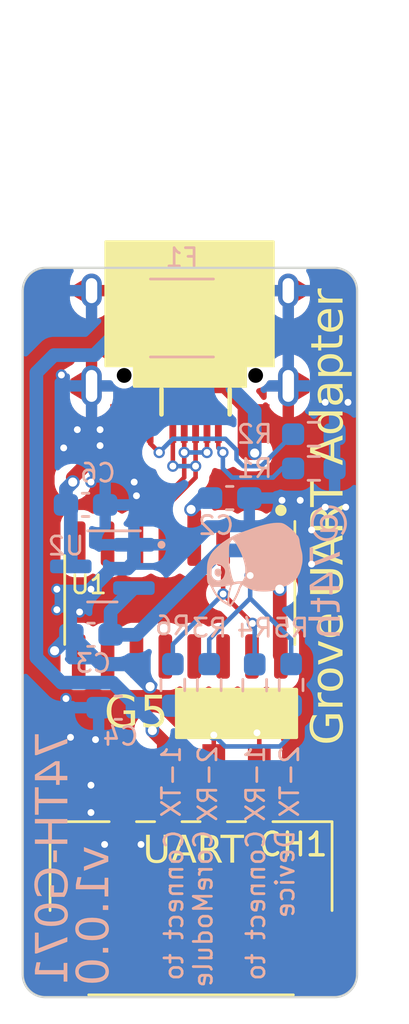
<source format=kicad_pcb>
(kicad_pcb (version 20241229) (generator "pcbnew") (generator_version "9.0")
  (layers (0 "F.Cu" signal) (2 "B.Cu" signal) (13 "F.Paste" user) (15 "B.Paste" user) (5 "F.SilkS" user "F.Silkscreen") (7 "B.SilkS" user "B.Silkscreen") (1 "F.Mask" user) (3 "B.Mask" user) (25 "Edge.Cuts" user))
  (net 0 "")
  (net 1 "Net-(U1-V3)")
  (net 2 "GND")
  (net 3 "Net-(U1-VCC)")
  (net 4 "+5V")
  (net 5 "Net-(CH1-Host_RX)")
  (net 6 "Net-(CH1-Host_TX)")
  (net 7 "/D+")
  (net 8 "/D-")
  (net 9 "Net-(J1-CC1)")
  (net 10 "Net-(J1-CC2)")
  (net 11 "/TXD")
  (net 12 "/RXD")
  (net 21 "VBUS")
  (footprint "74th:Connector_USB-C-Receptacle_SMT_12-Pin_Simple" (layer "F.Cu") (at 85.35 40 180)
    (property "Reference" "J1" (hide yes))
    (property "Value" "USB2.0-C_SMT")
    (fp_line (start 1.25 -4.23) (end 1.25 -5.33) (stroke (width 0.2)) (layer "F.SilkS"))
    (fp_line (start -1.75 -4.23) (end -1.75 -5.33) (stroke (width 0.2)) (layer "F.SilkS"))
    (fp_rect (start -2.45 -4.1) (end 2.45 -2.85) (stroke (width 0.12)) (fill yes) (layer "F.SilkS"))
    (fp_rect (start -3.67 -3.2) (end 3.7 2.25) (stroke (width 0.12)) (fill yes) (layer "F.SilkS"))
    (pad "" np_thru_hole circle (at -2.89 -3.62) (size 0.65 0.65) (drill 0.65) (layers "*.Mask"))
    (pad "" np_thru_hole circle (at 2.89 -3.62) (size 0.65 0.65) (drill 0.65) (layers "*.Mask"))
    (pad "1" smd rect (at -2.4 -5.73) (size 0.6 1.7) (layers "F.Cu" "F.Mask" "F.Paste") (net 21 "VBUS"))
    (pad "1" smd rect (at 2.4 -5.73) (size 0.6 1.7) (layers "F.Cu" "F.Mask" "F.Paste") (net 21 "VBUS"))
    (pad "2" smd rect (at -0.75 -5.73) (size 0.3 1.7) (layers "F.Cu" "F.Mask" "F.Paste") (net 8 "/D-"))
    (pad "2" smd rect (at 0.25 -5.73) (size 0.3 1.7) (layers "F.Cu" "F.Mask" "F.Paste") (net 8 "/D-"))
    (pad "3" smd rect (at -0.25 -5.73) (size 0.3 1.7) (layers "F.Cu" "F.Mask" "F.Paste") (net 7 "/D+"))
    (pad "3" smd rect (at 0.75 -5.73) (size 0.3 1.7) (layers "F.Cu" "F.Mask" "F.Paste") (net 7 "/D+"))
    (pad "4" smd rect (at -3.2 -5.73) (size 0.6 1.7) (layers "F.Cu" "F.Mask" "F.Paste") (net 2 "GND"))
    (pad "4" smd rect (at 3.2 -5.73) (size 0.6 1.7) (layers "F.Cu" "F.Mask" "F.Paste") (net 2 "GND"))
    (pad "5" smd rect (at -1.25 -5.73) (size 0.3 1.7) (layers "F.Cu" "F.Mask" "F.Paste") (net 9 "Net-(J1-CC1)"))
    (pad "6" smd rect (at 1.75 -5.73) (size 0.3 1.7) (layers "F.Cu" "F.Mask" "F.Paste") (net 10 "Net-(J1-CC2)"))
    (pad "S1" smd trapezoid (at -5 -4.08 270) (size 0.9 0.5) (rect_delta 0 0.3) (layers "F.Cu" "F.Mask" "F.Paste") (net 2 "GND"))
    (pad "S1" smd trapezoid (at -5 0.1 270) (size 0.6 0.5) (rect_delta 0 0.3) (layers "F.Cu" "F.Mask" "F.Paste") (net 2 "GND"))
    (pad "S1" thru_hole oval (at -4.325 -4.08) (size 0.9 1.8) (drill oval 0.5 1.4) (layers "*.Cu" "*.Mask") (net 2 "GND"))
    (pad "S1" thru_hole oval (at -4.325 0.1) (size 0.9 1.5) (drill oval 0.5 1.1) (layers "*.Cu" "*.Mask") (net 2 "GND"))
    (pad "S1" thru_hole oval (at 4.325 -4.08) (size 0.9 1.8) (drill oval 0.5 1.4) (layers "*.Cu" "*.Mask") (net 2 "GND"))
    (pad "S1" thru_hole oval (at 4.325 0.1) (size 0.9 1.5) (drill oval 0.5 1.1) (layers "*.Cu" "*.Mask") (net 2 "GND"))
    (pad "S1" smd trapezoid (at 5 -4.08 90) (size 0.9 0.5) (rect_delta 0 0.3) (layers "F.Cu" "F.Mask" "F.Paste") (net 2 "GND"))
    (pad "S1" smd trapezoid (at 5 0.1 90) (size 0.6 0.5) (rect_delta 0 0.3) (layers "F.Cu" "F.Mask" "F.Paste") (net 2 "GND"))
  )
  (footprint "74th:Connector_HY-2.0_SMD_4Pin" (layer "F.Cu") (at 85.4 61.5)
    (property "Reference" "CH1" (at 4.5 2.7 0) (layer "F.SilkS"))
    (property "Value" "UART" (at 0.1 3 0) (layer "F.SilkS") (effects (font (size 1.2 1.2))))
    (fp_line (start -6.2 1.7) (end -3.6 1.7) (stroke (width 0.12)) (layer "F.SilkS"))
    (fp_line (start -6.2 5.6) (end -6.2 1.7) (stroke (width 0.12)) (layer "F.SilkS"))
    (fp_line (start -2.4 1.7) (end -1.6 1.7) (stroke (width 0.12)) (layer "F.SilkS"))
    (fp_line (start -0.4 1.7) (end 0.4 1.7) (stroke (width 0.12)) (layer "F.SilkS"))
    (fp_line (start 1.6 1.7) (end 2.4 1.7) (stroke (width 0.12)) (layer "F.SilkS"))
    (fp_line (start 3.6 1.7) (end 6.2 1.7) (stroke (width 0.12)) (layer "F.SilkS"))
    (fp_line (start 4.5 9.3) (end -4.5 9.3) (stroke (width 0.12)) (layer "F.SilkS"))
    (fp_line (start 6.2 1.7) (end 6.2 5.6) (stroke (width 0.12)) (layer "F.SilkS"))
    (pad "" smd rect (at -5.4 7.5 180) (size 1.5 3.6) (layers "F.Cu" "F.Mask" "F.Paste"))
    (pad "" smd rect (at 5.4 7.5 180) (size 1.5 3.6) (layers "F.Cu" "F.Mask" "F.Paste"))
    (pad "1" smd rect (at 3 0 180) (size 1 3.4) (layers "F.Cu" "F.Mask" "F.Paste") (net 5 "Net-(CH1-Host_RX)"))
    (pad "2" smd rect (at 1 0 180) (size 1 3.4) (layers "F.Cu" "F.Mask" "F.Paste") (net 6 "Net-(CH1-Host_TX)"))
    (pad "3" smd rect (at -1 0 180) (size 1 3.4) (layers "F.Cu" "F.Mask" "F.Paste") (net 4 "+5V"))
    (pad "4" smd rect (at -3 0 180) (size 1 3.4) (layers "F.Cu" "F.Mask" "F.Paste") (net 2 "GND"))
  )
  (footprint "74th:Package_SOIC-16_3.9x9.9mm_P1.27mm" (layer "F.Cu") (at 84.905 53.475 -90)
    (property "Reference" "U1" (at -0.675 4.005 180) (layer "F.SilkS") (effects (font (size 0.8 0.8) (thickness 0.12))))
    (property "Value" "CH340C")
    (fp_line (start 0 5.06) (end -1.95 5.06) (stroke (width 0.12)) (layer "F.SilkS"))
    (fp_line (start 0 5.06) (end 1.95 5.06) (stroke (width 0.12)) (layer "F.SilkS"))
    (fp_line (start 0 -5.06) (end -3.45 -5.06) (stroke (width 0.12)) (layer "F.SilkS"))
    (fp_line (start 0 -5.06) (end 1.95 -5.06) (stroke (width 0.12)) (layer "F.SilkS"))
    (fp_circle (center -3.937 -4.445) (end -3.787 -4.445) (stroke (width 0.2)) (fill yes) (layer "F.SilkS"))
    (pad "1" smd roundrect (at -2.475 -4.445 270) (size 1.95 0.6) (layers "F.Cu" "F.Mask" "F.Paste") (net 2 "GND"))
    (pad "2" smd roundrect (at -2.475 -3.175 270) (size 1.95 0.6) (layers "F.Cu" "F.Mask" "F.Paste") (net 11 "/TXD"))
    (pad "3" smd roundrect (at -2.475 -1.905 270) (size 1.95 0.6) (layers "F.Cu" "F.Mask" "F.Paste") (net 12 "/RXD"))
    (pad "4" smd roundrect (at -2.475 -0.635 270) (size 1.95 0.6) (layers "F.Cu" "F.Mask" "F.Paste") (net 1 "Net-(U1-V3)"))
    (pad "5" smd roundrect (at -2.475 0.635 270) (size 1.95 0.6) (layers "F.Cu" "F.Mask" "F.Paste") (net 7 "/D+"))
    (pad "6" smd roundrect (at -2.475 1.905 270) (size 1.95 0.6) (layers "F.Cu" "F.Mask" "F.Paste") (net 8 "/D-"))
    (pad "7" smd roundrect (at -2.475 3.175 270) (size 1.95 0.6) (layers "F.Cu" "F.Mask" "F.Paste"))
    (pad "8" smd roundrect (at -2.475 4.445 270) (size 1.95 0.6) (layers "F.Cu" "F.Mask" "F.Paste"))
    (pad "9" smd roundrect (at 2.475 4.445 270) (size 1.95 0.6) (layers "F.Cu" "F.Mask" "F.Paste"))
    (pad "10" smd roundrect (at 2.475 3.175 270) (size 1.95 0.6) (layers "F.Cu" "F.Mask" "F.Paste"))
    (pad "11" smd roundrect (at 2.475 1.905 270) (size 1.95 0.6) (layers "F.Cu" "F.Mask" "F.Paste"))
    (pad "12" smd roundrect (at 2.475 0.635 270) (size 1.95 0.6) (layers "F.Cu" "F.Mask" "F.Paste"))
    (pad "13" smd roundrect (at 2.475 -0.635 270) (size 1.95 0.6) (layers "F.Cu" "F.Mask" "F.Paste"))
    (pad "14" smd roundrect (at 2.475 -1.905 270) (size 1.95 0.6) (layers "F.Cu" "F.Mask" "F.Paste"))
    (pad "15" smd roundrect (at 2.475 -3.175 270) (size 1.95 0.6) (layers "F.Cu" "F.Mask" "F.Paste"))
    (pad "16" smd roundrect (at 2.475 -4.445 270) (size 1.95 0.6) (layers "F.Cu" "F.Mask" "F.Paste") (net 3 "Net-(U1-VCC)"))
  )
  (footprint "74th:Capacitor_0603_1608" (layer "B.Cu") (at 81.1 55 180)
    (property "Reference" "C3" (at 0 -1.25 0) (layer "B.SilkS") (effects (font (size 0.8 0.8) (thickness 0.12)) (justify mirror)))
    (property "Value" "0.1u" (hide yes))
    (fp_line (start -0.046267 0.51) (end 0.246267 0.51) (stroke (width 0.12)) (layer "B.SilkS"))
    (fp_line (start -0.046267 -0.51) (end 0.246267 -0.51) (stroke (width 0.12)) (layer "B.SilkS"))
    (pad "1" smd roundrect (at -0.7625 0 180) (size 1.075 0.95) (layers "B.Cu" "B.Mask" "B.Paste") (net 3 "Net-(U1-VCC)"))
    (pad "2" smd roundrect (at 0.9625 0 180) (size 1.075 0.95) (layers "B.Cu" "B.Mask" "B.Paste") (net 2 "GND"))
  )
  (footprint "74th:Register_0603_1608" (layer "B.Cu") (at 90.8 47.7)
    (property "Reference" "R1" (at -2.6 0 0) (layer "B.SilkS") (effects (font (size 0.8 0.8) (thickness 0.12)) (justify mirror)))
    (property "Value" "5.1k" (hide yes))
    (fp_line (start -0.254724 -0.5225) (end 0.254724 -0.5225) (stroke (width 0.12)) (layer "B.SilkS"))
    (fp_line (start -0.254724 0.5225) (end 0.254724 0.5225) (stroke (width 0.12)) (layer "B.SilkS"))
    (pad "1" smd roundrect (at -0.9125 0) (size 0.975 0.95) (layers "B.Cu" "B.Mask" "B.Paste") (net 9 "Net-(J1-CC1)"))
    (pad "2" smd roundrect (at 0.9125 0) (size 0.975 0.95) (layers "B.Cu" "B.Mask" "B.Paste") (net 2 "GND"))
  )
  (footprint "74th:Register_0603_1608" (layer "B.Cu") (at 88.2 57.2125 90)
    (property "Reference" "R4" (at 2.5125 0 0) (layer "B.SilkS") (effects (font (size 0.8 0.8) (thickness 0.12)) (justify mirror)))
    (property "Value" "0" (hide yes))
    (fp_line (start -0.254724 -0.5225) (end 0.254724 -0.5225) (stroke (width 0.12)) (layer "B.SilkS"))
    (fp_line (start -0.254724 0.5225) (end 0.254724 0.5225) (stroke (width 0.12)) (layer "B.SilkS"))
    (pad "1" smd roundrect (at -0.9125 0 90) (size 0.975 0.95) (layers "B.Cu" "B.Mask" "B.Paste") (net 5 "Net-(CH1-Host_RX)"))
    (pad "2" smd roundrect (at 0.9125 0 90) (size 0.975 0.95) (layers "B.Cu" "B.Mask" "B.Paste") (net 12 "/RXD"))
  )
  (footprint "74th:Capacitor_0603_1608" (layer "B.Cu") (at 80.6625 49.3)
    (property "Reference" "C6" (at 0.6375 -1.4 0) (layer "B.SilkS") (effects (font (size 0.8 0.8) (thickness 0.12)) (justify mirror)))
    (property "Value" "0.1u" (hide yes))
    (fp_line (start -0.046267 -0.51) (end 0.246267 -0.51) (stroke (width 0.12)) (layer "B.SilkS"))
    (fp_line (start -0.046267 0.51) (end 0.246267 0.51) (stroke (width 0.12)) (layer "B.SilkS"))
    (pad "1" smd roundrect (at -0.7625 0) (size 1.075 0.95) (layers "B.Cu" "B.Mask" "B.Paste") (net 21 "VBUS"))
    (pad "2" smd roundrect (at 0.9625 0) (size 1.075 0.95) (layers "B.Cu" "B.Mask" "B.Paste") (net 2 "GND"))
  )
  (footprint "74th:Register_0603_1608" (layer "B.Cu") (at 89.8 57.2 90)
    (property "Reference" "R5" (at 2.5 0 0) (layer "B.SilkS") (effects (font (size 0.8 0.8) (thickness 0.12)) (justify mirror)))
    (property "Value" "0" (hide yes))
    (fp_line (start -0.254724 -0.5225) (end 0.254724 -0.5225) (stroke (width 0.12)) (layer "B.SilkS"))
    (fp_line (start -0.254724 0.5225) (end 0.254724 0.5225) (stroke (width 0.12)) (layer "B.SilkS"))
    (pad "1" smd roundrect (at -0.9125 0 90) (size 0.975 0.95) (layers "B.Cu" "B.Mask" "B.Paste") (net 6 "Net-(CH1-Host_TX)"))
    (pad "2" smd roundrect (at 0.9125 0 90) (size 0.975 0.95) (layers "B.Cu" "B.Mask" "B.Paste") (net 11 "/TXD"))
  )
  (footprint "74th:Register_0603_1608" (layer "B.Cu") (at 84.6 57.2 90)
    (property "Reference" "R6" (at 2.6 0 0) (layer "B.SilkS") (effects (font (size 0.8 0.8) (thickness 0.12)) (justify mirror)))
    (property "Value" "0" (hide yes))
    (fp_line (start -0.254724 -0.5225) (end 0.254724 -0.5225) (stroke (width 0.12)) (layer "B.SilkS"))
    (fp_line (start -0.254724 0.5225) (end 0.254724 0.5225) (stroke (width 0.12)) (layer "B.SilkS"))
    (pad "1" smd roundrect (at -0.9125 0 90) (size 0.975 0.95) (layers "B.Cu" "B.Mask" "B.Paste") (net 6 "Net-(CH1-Host_TX)"))
    (pad "2" smd roundrect (at 0.9125 0 90) (size 0.975 0.95) (layers "B.Cu" "B.Mask" "B.Paste") (net 12 "/RXD"))
  )
  (footprint "74th:Register_0603_1608" (layer "B.Cu") (at 90.8 46.2)
    (property "Reference" "R2" (at -2.6 0 0) (layer "B.SilkS") (effects (font (size 0.8 0.8) (thickness 0.12)) (justify mirror)))
    (property "Value" "5.1k" (hide yes))
    (fp_line (start -0.254724 -0.5225) (end 0.254724 -0.5225) (stroke (width 0.12)) (layer "B.SilkS"))
    (fp_line (start -0.254724 0.5225) (end 0.254724 0.5225) (stroke (width 0.12)) (layer "B.SilkS"))
    (pad "1" smd roundrect (at -0.9125 0) (size 0.975 0.95) (layers "B.Cu" "B.Mask" "B.Paste") (net 10 "Net-(J1-CC2)"))
    (pad "2" smd roundrect (at 0.9125 0) (size 0.975 0.95) (layers "B.Cu" "B.Mask" "B.Paste") (net 2 "GND"))
  )
  (footprint "74th:Capacitor_0603_1608" (layer "B.Cu") (at 82.3 58.2 180)
    (property "Reference" "C4" (at 0 -1.25 180) (layer "B.SilkS") (effects (font (size 0.8 0.8) (thickness 0.12)) (justify mirror)))
    (property "Value" "10u" (hide yes))
    (fp_line (start -0.046267 0.51) (end 0.246267 0.51) (stroke (width 0.12)) (layer "B.SilkS"))
    (fp_line (start -0.046267 -0.51) (end 0.246267 -0.51) (stroke (width 0.12)) (layer "B.SilkS"))
    (pad "1" smd roundrect (at -0.7625 0 180) (size 1.075 0.95) (layers "B.Cu" "B.Mask" "B.Paste") (net 4 "+5V"))
    (pad "2" smd roundrect (at 0.9625 0 180) (size 1.075 0.95) (layers "B.Cu" "B.Mask" "B.Paste") (net 2 "GND"))
  )
  (footprint "74th:Logo_74th_text" (layer "B.Cu") (at 91.4 51.2 -90)
    (property "Reference" "MISC-ACCOUNTTEXT" (hide yes))
    (property "Value" "Logo_74th_text" (hide yes))
    (fp_text user "@74th" (at 1 0 90) (layer "B.SilkS") (effects (font (size 1.3 1.3) (thickness 0.1875)) (justify mirror)))
  )
  (footprint "74th:Logo_74th_5mm" (layer "B.Cu") (at 88.413075 51.8 -90)
    (property "Reference" "MISC-ICON" (hide yes))
    (property "Value" "LOGO" (hide yes))
    (fp_poly (pts (xy 0.49911 1.977005) (xy 0.52619 1.971811) (xy 0.550101 1.960394) (xy 0.567258 1.948962) (xy 0.609714 1.913867) (xy 0.636212 1.878222) (xy 0.649891 1.837353) (xy 0.652029 1.822803) (xy 0.653972 1.796481) (xy 0.650422 1.778097) (xy 0.63834 1.760632) (xy 0.615095 1.737453) (xy 0.585928 1.712686) (xy 0.556346 1.692187) (xy 0.540838 1.683997) (xy 0.490541 1.67188) (xy 0.436335 1.673253) (xy 0.386727 1.687667) (xy 0.377033 1.69268) (xy 0.334461 1.724102) (xy 0.308549 1.761965) (xy 0.296534 1.810564) (xy 0.295755 1.819115) (xy 0.299127 1.875113) (xy 0.318091 1.919594) (xy 0.352053 1.951986) (xy 0.400418 1.971714) (xy 0.460717 1.978211)) (fill yes) (layer "B.SilkS"))
    (fp_poly (pts (xy 0.649442 2.315535) (xy 0.729812 2.313458) (xy 0.795479 2.309386) (xy 0.84885 2.302763) (xy 0.892332 2.293032) (xy 0.928333 2.279639) (xy 0.959262 2.262025) (xy 0.987524 2.239636) (xy 1.015529 2.211915) (xy 1.018894 2.208303) (xy 1.049811 2.17753) (xy 1.080856 2.153623) (xy 1.118584 2.132145) (xy 1.159781 2.112935) (xy 1.303854 2.040699) (xy 1.43836 1.955894) (xy 1.559736 1.86088) (xy 1.610284 1.814294) (xy 1.666995 1.754955) (xy 1.723999 1.687877) (xy 1.777228 1.618321) (xy 1.822615 1.551548) (xy 1.850744 1.503291) (xy 1.875717 1.457173) (xy 1.902309 1.410196) (xy 1.926331 1.369686) (xy 1.936 1.354251) (xy 1.953726 1.324762) (xy 1.965312 1.30154) (xy 1.968376 1.289388) (xy 1.968255 1.289143) (xy 1.971081 1.279593) (xy 1.975766 1.277057) (xy 1.982166 1.274461) (xy 1.983708 1.270872) (xy 1.978079 1.263957) (xy 1.962966 1.251384) (xy 1.936056 1.230818) (xy 1.911899 1.212627) (xy 1.854593 1.172471) (xy 1.782259 1.12666) (xy 1.697916 1.077023) (xy 1.604583 1.025393) (xy 1.592384 1.018863) (xy 1.557843 1.001158) (xy 1.51428 0.979887) (xy 1.465228 0.956656) (xy 1.414217 0.933069) (xy 1.364781 0.910731) (xy 1.320452 0.891247) (xy 1.28476 0.876222) (xy 1.261239 0.867261) (xy 1.2549 0.865517) (xy 1.2383 0.859756) (xy 1.235135 0.857392) (xy 1.221841 0.854859) (xy 1.215314 0.856526) (xy 1.203354 0.855716) (xy 1.201615 0.851275) (xy 1.194496 0.845005) (xy 1.186961 0.846391) (xy 1.174429 0.845694) (xy 1.172307 0.840623) (xy 1.166604 0.83365) (xy 1.163002 0.834983) (xy 1.150776 0.832684) (xy 1.128988 0.820722) (xy 1.110224 0.80755) (xy 1.081014 0.787569) (xy 1.053695 0.772643) (xy 1.041375 0.767997) (xy 1.02265 0.760638) (xy 1.016 0.753494) (xy 1.021096 0.742238) (xy 1.034735 0.718972) (xy 1.054444 0.687822) (xy 1.064954 0.671849) (xy 1.12825 0.56704) (xy 1.18417 0.455062) (xy 1.230323 0.341445) (xy 1.264319 0.231719) (xy 1.274597 0.187144) (xy 1.286077 0.115195) (xy 1.294738 0.028881) (xy 1.300463 -0.06681) (xy 1.303138 -0.166891) (xy 1.302648 -0.266377) (xy 1.298877 -0.360281) (xy 1.291711 -0.443616) (xy 1.289551 -0.460911) (xy 1.280044 -0.525393) (xy 1.269021 -0.585324) (xy 1.255537 -0.643647) (xy 1.238649 -0.703308) (xy 1.217413 -0.767251) (xy 1.190885 -0.83842) (xy 1.15812 -0.919762) (xy 1.118176 -1.01422) (xy 1.095039 -1.067695) (xy 1.071114 -1.122922) (xy 1.050098 -1.171888) (xy 1.03316 -1.211837) (xy 1.021466 -1.240008) (xy 1.016185 -1.253643) (xy 1.016 -1.254415) (xy 1.010812 -1.264384) (xy 0.997077 -1.286257) (xy 0.977533 -1.315992) (xy 0.954918 -1.349546) (xy 0.931973 -1.382875) (xy 0.911435 -1.411937) (xy 0.896044 -1.432688) (xy 0.891281 -1.438519) (xy 0.881868 -1.451535) (xy 0.882051 -1.455615) (xy 0.878639 -1.461806) (xy 0.864169 -1.478105) (xy 0.841688 -1.501099) (xy 0.839604 -1.503156) (xy 0.815535 -1.527753) (xy 0.798232 -1.547164) (xy 0.791317 -1.557316) (xy 0.791307 -1.557459) (xy 0.785693 -1.568334) (xy 0.771312 -1.588834) (xy 0.759557 -1.604071) (xy 0.717614 -1.642893) (xy 0.669192 -1.670457) (xy 0.628487 -1.690374) (xy 0.586336 -1.713284) (xy 0.562819 -1.727373) (xy 0.521529 -1.749255) (xy 0.466174 -1.772325) (xy 0.401991 -1.794762) (xy 0.334221 -1.814746) (xy 0.268103 -1.830455) (xy 0.263769 -1.831328) (xy 0.214551 -1.841899) (xy 0.160508 -1.85468) (xy 0.120622 -1.864964) (xy 0.055886 -1.877973) (xy -0.02415 -1.886395) (xy -0.115749 -1.890024) (xy -0.215168 -1.888652) (xy -0.26377 -1.886207) (xy -0.321222 -1.881331) (xy -0.375834 -1.873473) (xy -0.434052 -1.861442) (xy -0.502322 -1.844047) (xy -0.523893 -1.838114) (xy -0.63872 -1.808122) (xy -0.742646 -1.785447) (xy -0.8423 -1.768779) (xy -0.924981 -1.758724) (xy -0.990158 -1.748055) (xy -1.051214 -1.728505) (xy -1.081289 -1.7156) (xy -1.114421 -1.700035) (xy -1.138241 -1.688) (xy -1.149249 -1.681303) (xy -1.149131 -1.680514) (xy -1.146076 -1.6751) (xy -1.158529 -1.659984) (xy -1.185575 -1.636044) (xy -1.226296 -1.604159) (xy -1.237582 -1.595733) (xy -1.289495 -1.552568) (xy -1.34796 -1.496067) (xy -1.409909 -1.429899) (xy -1.472272 -1.357735) (xy -1.531981 -1.283243) (xy -1.585967 -1.210095) (xy -1.631161 -1.141958) (xy -1.661115 -1.089269) (xy -1.680524 -1.04823) (xy -1.694985 -1.009292) (xy -1.705078 -0.968658) (xy -1.711382 -0.922532) (xy -1.714475 -0.867119) (xy -1.714938 -0.798622) (xy -1.714042 -0.742461) (xy -1.706149 -0.619284) (xy -1.687758 -0.48164) (xy -1.659296 -0.331261) (xy -1.621192 -0.169879) (xy -1.573872 0.000774) (xy -1.517766 0.178967) (xy -1.453299 0.362969) (xy -1.417571 0.457889) (xy -1.396575 0.513388) (xy -1.378636 0.562705) (xy -1.364747 0.602943) (xy -1.355905 0.631205) (xy -1.353106 0.644593) (xy -1.353251 0.645112) (xy -1.350838 0.654769) (xy -1.347781 0.656291) (xy -1.338992 0.667586) (xy -1.335872 0.681549) (xy -1.331773 0.698661) (xy -1.326843 0.703385) (xy -1.32326 0.710628) (xy -1.325083 0.718039) (xy -1.324796 0.730593) (xy -1.320198 0.732693) (xy -1.313928 0.739811) (xy -1.315314 0.747347) (xy -1.315027 0.759901) (xy -1.310429 0.762) (xy -1.304159 0.769119) (xy -1.305545 0.776654) (xy -1.305257 0.789208) (xy -1.30066 0.791308) (xy -1.29439 0.798427) (xy -1.295775 0.805962) (xy -1.295079 0.818494) (xy -1.290008 0.820616) (xy -1.283203 0.826539) (xy -1.284654 0.830385) (xy -1.284816 0.839428) (xy -1.281974 0.840154) (xy -1.274089 0.848011) (xy -1.273257 0.85382) (xy -1.268637 0.875951) (xy -1.255689 0.912285) (xy -1.235782 0.960062) (xy -1.210287 1.016523) (xy -1.180573 1.078909) (xy -1.148009 1.14446) (xy -1.124391 1.190217) (xy -0.968709 1.190217) (xy -0.954294 1.165904) (xy -0.924511 1.13516) (xy -0.88053 1.098898) (xy -0.82352 1.058032) (xy -0.754652 1.013476) (xy -0.675094 0.966143) (xy -0.615462 0.932825) (xy -0.430996 0.839705) (xy -0.248236 0.762241) (xy -0.069449 0.701341) (xy 0.033493 0.673488) (xy 0.104307 0.656864) (xy 0.16379 0.644697) (xy 0.217499 0.636387) (xy 0.270991 0.631333) (xy 0.329822 0.628935) (xy 0.39955 0.628591) (xy 0.4445 0.629059) (xy 0.50748 0.63018) (xy 0.554702 0.631846) (xy 0.589948 0.634477) (xy 0.616998 0.638491) (xy 0.639634 0.644309) (xy 0.661634 0.65235) (xy 0.664307 0.653441) (xy 0.700826 0.670326) (xy 0.744025 0.692964) (xy 0.782776 0.715394) (xy 0.847514 0.75524) (xy 0.850719 0.838786) (xy 0.957384 0.838786) (xy 1.028211 0.877323) (xy 1.074327 0.899899) (xy 1.1265 0.921701) (xy 1.172307 0.937645) (xy 1.220279 0.95381) (xy 1.280568 0.976999) (xy 1.348234 1.005079) (xy 1.418334 1.035915) (xy 1.485926 1.067376) (xy 1.546068 1.097328) (xy 1.563077 1.106322) (xy 1.615757 1.135358) (xy 1.669582 1.166198) (xy 1.721851 1.197166) (xy 1.769865 1.226584) (xy 1.810924 1.252776) (xy 1.842326 1.274063) (xy 1.861371 1.288768) (xy 1.865923 1.294448) (xy 1.863875 1.306069) (xy 1.856134 1.31476) (xy 1.840303 1.320929) (xy 1.813986 1.324986) (xy 1.774786 1.327342) (xy 1.720307 1.328406) (xy 1.666142 1.328602) (xy 1.572153 1.327377) (xy 1.492524 1.323267) (xy 1.422203 1.315599) (xy 1.356136 1.303697) (xy 1.289272 1.286888) (xy 1.238235 1.271508) (xy 1.193167 1.25792) (xy 1.149614 1.246039) (xy 1.114579 1.23773) (xy 1.103923 1.235727) (xy 1.07335 1.229543) (xy 1.049146 1.222473) (xy 1.043695 1.22012) (xy 1.030334 1.204594) (xy 1.015648 1.173587) (xy 1.000676 1.131011) (xy 0.986457 1.08078) (xy 0.97403 1.026808) (xy 0.964434 0.973008) (xy 0.958708 0.923293) (xy 0.957554 0.895643) (xy 0.957384 0.838786) (xy 0.850719 0.838786) (xy 0.852609 0.888063) (xy 0.855625 0.942429) (xy 0.860173 0.994726) (xy 0.865657 1.039311) (xy 0.871483 1.070539) (xy 0.872033 1.072605) (xy 0.886361 1.124325) (xy 0.857044 1.139485) (xy 0.813513 1.160041) (xy 0.763737 1.179588) (xy 0.705735 1.198657) (xy 0.637524 1.21778) (xy 0.557122 1.237486) (xy 0.462547 1.258309) (xy 0.351817 1.280779) (xy 0.273538 1.295893) (xy 0.238573 1.302539) (xy 1.025769 1.302539) (xy 1.027884 1.294408) (xy 1.035898 1.291031) (xy 1.052316 1.292935) (xy 1.079641 1.300645) (xy 1.120379 1.314688) (xy 1.169192 1.332657) (xy 1.239632 1.357839) (xy 1.301661 1.376986) (xy 1.3604 1.391039) (xy 1.420973 1.400939) (xy 1.4885 1.407627) (xy 1.568104 1.412044) (xy 1.60948 1.41355) (xy 1.666055 1.415576) (xy 1.71523 1.417717) (xy 1.753946 1.419807) (xy 1.779141 1.421682) (xy 1.787769 1.423134) (xy 1.782668 1.437986) (xy 1.769102 1.464495) (xy 1.749676 1.498218) (xy 1.726995 1.53471) (xy 1.703664 1.569528) (xy 1.694274 1.582616) (xy 1.659716 1.625782) (xy 1.615501 1.675422) (xy 1.565434 1.727768) (xy 1.513316 1.77905) (xy 1.462949 1.825499) (xy 1.418138 1.863346) (xy 1.390195 1.884) (xy 1.356265 1.905539) (xy 1.314792 1.930075) (xy 1.269416 1.955667) (xy 1.223776 1.980372) (xy 1.181512 2.002248) (xy 1.146264 2.019353) (xy 1.121672 2.029745) (xy 1.112848 2.031986) (xy 1.107944 2.028959) (xy 1.104267 2.018335) (xy 1.101636 1.997786) (xy 1.099868 1.964981) (xy 1.098782 1.91759) (xy 1.098195 1.853285) (xy 1.098148 1.843928) (xy 1.097614 1.776116) (xy 1.096372 1.722504) (xy 1.093878 1.677759) (xy 1.089586 1.636543) (xy 1.08295 1.59352) (xy 1.073424 1.543354) (xy 1.061513 1.485712) (xy 1.049945 1.429935) (xy 1.039938 1.38034) (xy 1.032143 1.340274) (xy 1.027216 1.313082) (xy 1.025769 1.302539) (xy 0.238573 1.302539) (xy 0.024423 1.343244) (xy -0.32727 1.343257) (xy -0.419837 1.343219) (xy -0.495203 1.343013) (xy -0.555706 1.342514) (xy -0.603683 1.341597) (xy -0.641472 1.340136) (xy -0.67141 1.338005) (xy -0.695836 1.335079) (xy -0.717085 1.331232) (xy -0.737497 1.326339) (xy -0.759409 1.320274) (xy -0.760379 1.319997) (xy -0.810451 1.302417) (xy -0.861916 1.278843) (xy -0.909375 1.25223) (xy -0.947429 1.225532) (xy -0.966587 1.207184) (xy -0.968709 1.190217) (xy -1.124391 1.190217) (xy -1.113965 1.210417) (xy -1.079809 1.27402) (xy -1.046913 1.332511) (xy -1.016644 1.383128) (xy -0.991561 1.421423) (xy -0.969685 1.453018) (xy -0.940769 1.495245) (xy -0.908639 1.542499) (xy -0.878252 1.587489) (xy -0.847879 1.631004) (xy -0.815001 1.674542) (xy -0.77766 1.720361) (xy -0.733897 1.770719) (xy -0.681751 1.827873) (xy -0.622383 1.890775) (xy 0.111565 1.890775) (xy 0.115268 1.825465) (xy 0.117275 1.811913) (xy 0.136919 1.735172) (xy 0.170436 1.670022) (xy 0.219891 1.612487) (xy 0.22188 1.610615) (xy 0.279685 1.563384) (xy 0.336158 1.532909) (xy 0.395251 1.518236) (xy 0.460918 1.518411) (xy 0.53711 1.532482) (xy 0.541357 1.533556) (xy 0.628837 1.563013) (xy 0.70023 1.602386) (xy 0.755163 1.651376) (xy 0.793261 1.709682) (xy 0.807232 1.746734) (xy 0.818234 1.816865) (xy 0.810574 1.884346) (xy 0.785103 1.947558) (xy 0.742671 2.004877) (xy 0.684127 2.054685) (xy 0.628929 2.086739) (xy 0.606996 2.096991) (xy 0.587673 2.103932) (xy 0.566645 2.108063) (xy 0.539596 2.109881) (xy 0.502213 2.109886) (xy 0.450181 2.108576) (xy 0.44213 2.108335) (xy 0.372893 2.105037) (xy 0.318954 2.099028) (xy 0.276129 2.089079) (xy 0.240234 2.073962) (xy 0.207085 2.052447) (xy 0.182177 2.03196) (xy 0.14398 1.990495) (xy 0.120789 1.944609) (xy 0.111565 1.890775) (xy -0.622383 1.890775) (xy -0.619263 1.894081) (xy -0.548473 1.967487) (xy -0.443528 2.064259) (xy -0.332728 2.143721) (xy -0.212862 2.207923) (xy -0.103758 2.251236) (xy -0.054075 2.267323) (xy -0.005726 2.280619) (xy 0.043774 2.291367) (xy 0.096909 2.299816) (xy 0.156164 2.30621) (xy 0.224023 2.310795) (xy 0.302971 2.313819) (xy 0.395493 2.315526) (xy 0.504073 2.316163) (xy 0.551961 2.316174)) (fill yes) (layer "B.SilkS"))
  )
  (footprint "74th:Package_Fuse_1812_4532m" (layer "B.Cu") (at 85 41.1 180)
    (property "Reference" "F1" (at 0 2.65 0) (layer "B.SilkS") (effects (font (size 0.8 0.8) (thickness 0.12)) (justify mirror)))
    (property "Value" "KT6-1100SMDI")
    (fp_line (start -1.386252 1.71) (end 1.386252 1.71) (stroke (width 0.12)) (layer "B.SilkS"))
    (fp_line (start -1.386252 -1.71) (end 1.386252 -1.71) (stroke (width 0.12)) (layer "B.SilkS"))
    (pad "1" smd roundrect (at -2.225 0 180) (size 1.3 3.4) (layers "B.Cu" "B.Mask" "B.Paste") (roundrect_rratio 0.192308) (net 21 "VBUS"))
    (pad "2" smd roundrect (at 2.225 0 180) (size 1.3 3.4) (layers "B.Cu" "B.Mask" "B.Paste") (roundrect_rratio 0.192308) (net 4 "+5V"))
  )
  (footprint "74th:Capacitor_0603_1608" (layer "B.Cu") (at 87 49)
    (property "Reference" "C2" (at -0.5 1.2 0) (layer "B.SilkS") (effects (font (size 0.8 0.8) (thickness 0.12)) (justify mirror)))
    (property "Value" "0.1u" (hide yes))
    (fp_line (start -0.046267 -0.51) (end 0.246267 -0.51) (stroke (width 0.12)) (layer "B.SilkS"))
    (fp_line (start -0.046267 0.51) (end 0.246267 0.51) (stroke (width 0.12)) (layer "B.SilkS"))
    (pad "1" smd roundrect (at -0.7625 0) (size 1.075 0.95) (layers "B.Cu" "B.Mask" "B.Paste") (net 1 "Net-(U1-V3)"))
    (pad "2" smd roundrect (at 0.9625 0) (size 1.075 0.95) (layers "B.Cu" "B.Mask" "B.Paste") (net 2 "GND"))
  )
  (footprint "74th:Package_SOT-23" (layer "B.Cu") (at 81.5 52 180)
    (property "Reference" "U2" (at 1.6 0.9 0) (layer "B.SilkS") (effects (font (size 0.8 0.8) (thickness 0.12)) (justify mirror)))
    (property "Value" "CH213K")
    (fp_line (start 0 1.56) (end 0.65 1.56) (stroke (width 0.12)) (layer "B.SilkS"))
    (fp_line (start 0 1.56) (end -1.675 1.56) (stroke (width 0.12)) (layer "B.SilkS"))
    (fp_line (start 0 -1.56) (end 0.65 -1.56) (stroke (width 0.12)) (layer "B.SilkS"))
    (fp_line (start 0 -1.56) (end -0.65 -1.56) (stroke (width 0.12)) (layer "B.SilkS"))
    (fp_circle (center -2.6 0.95) (end -2.486863 0.95) (stroke (width 0.12)) (fill yes) (layer "B.SilkS"))
    (pad "1" smd roundrect (at -1.3875 0.95 180) (size 1.825 0.6) (layers "B.Cu" "B.Mask" "B.Paste") (net 2 "GND"))
    (pad "2" smd roundrect (at -1.3875 -0.95 180) (size 1.825 0.6) (layers "B.Cu" "B.Mask" "B.Paste") (net 3 "Net-(U1-VCC)"))
    (pad "3" smd roundrect (at 1.3875 0 180) (size 1.825 0.6) (layers "B.Cu" "B.Mask" "B.Paste") (net 21 "VBUS"))
  )
  (footprint "74th:Register_0603_1608" (layer "B.Cu") (at 86.2 57.2 90)
    (property "Reference" "R3" (at 2.5 0 0) (layer "B.SilkS") (effects (font (size 0.8 0.8) (thickness 0.12)) (justify mirror)))
    (property "Value" "0" (hide yes))
    (fp_line (start -0.254724 -0.5225) (end 0.254724 -0.5225) (stroke (width 0.12)) (layer "B.SilkS"))
    (fp_line (start -0.254724 0.5225) (end 0.254724 0.5225) (stroke (width 0.12)) (layer "B.SilkS"))
    (pad "1" smd roundrect (at -0.9125 0 90) (size 0.975 0.95) (layers "B.Cu" "B.Mask" "B.Paste") (net 5 "Net-(CH1-Host_RX)"))
    (pad "2" smd roundrect (at 0.9125 0 90) (size 0.975 0.95) (layers "B.Cu" "B.Mask" "B.Paste") (net 11 "/TXD"))
  )
  (gr_rect (start 84.7675 57.4) (end 90.0325 59.5) (stroke (width 0.15)) (fill yes) (layer "F.SilkS"))
  (gr_line (start 92.7 69.9) (end 92.7 39.9) (stroke (width 0.1)) (layer "Edge.Cuts"))
  (gr_arc (start 92.7 69.9) (mid 92.407107 70.607107) (end 91.7 70.9) (stroke (width 0.1)) (layer "Edge.Cuts"))
  (gr_line (start 78 39.9) (end 78 69.9) (stroke (width 0.1)) (layer "Edge.Cuts"))
  (gr_line (start 79 70.9) (end 91.7 70.9) (stroke (width 0.1)) (layer "Edge.Cuts"))
  (gr_arc (start 79 70.9) (mid 78.292893 70.607107) (end 78 69.9) (stroke (width 0.1)) (layer "Edge.Cuts"))
  (gr_arc (start 78 39.9) (mid 78.292893 39.192893) (end 79 38.9) (stroke (width 0.1)) (layer "Edge.Cuts"))
  (gr_line (start 91.7 38.9) (end 79 38.9) (stroke (width 0.1)) (layer "Edge.Cuts"))
  (gr_arc (start 91.7 38.9) (mid 92.407107 39.192893) (end 92.7 39.9) (stroke (width 0.1)) (layer "Edge.Cuts"))
  (gr_text "5" (at 84.4 59.3 0) (layer "F.SilkS") (effects (font (size 1.4 1.4) (thickness 0.12)) (justify right bottom)))
  (gr_text "G" (at 83.1 59.3 0) (layer "F.SilkS") (effects (font (size 1.4 1.4) (thickness 0.12)) (justify right bottom)))
  (gr_text "Grove UART Adapter" (at 92.3 39.8 90) (layer "F.SilkS") (effects (font (size 1.4 1.4) (thickness 0.12)) (justify right bottom)))
  (gr_text "v1.0.0" (at 82 70.4 90) (layer "B.SilkS") (effects (font (size 1.4 1.4) (thickness 0.12)) (justify right bottom mirror)))
  (gr_text "2-RX" (at 86.6 59.8 90) (layer "B.SilkS") (effects (font (size 0.8 0.8) (thickness 0.12)) (justify left bottom mirror)))
  (gr_text "Connect to\nCoreModule" (at 86.4 63.5 90) (layer "B.SilkS") (effects (font (size 0.8 0.8) (thickness 0.12)) (justify left bottom mirror)))
  (gr_text "74TH-G071" (at 80.2 70.4 90) (layer "B.SilkS") (effects (font (size 1.4 1.4) (thickness 0.12)) (justify right bottom mirror)))
  (gr_text "Connect to\nDevice" (at 90 63.5 90) (layer "B.SilkS") (effects (font (size 0.8 0.8) (thickness 0.12)) (justify left bottom mirror)))
  (gr_text "2-TX" (at 90.2 59.8 90) (layer "B.SilkS") (effects (font (size 0.8 0.8) (thickness 0.12)) (justify left bottom mirror)))
  (gr_text "1-RX" (at 88.7 59.8 90) (layer "B.SilkS") (effects (font (size 0.8 0.8) (thickness 0.12)) (justify left bottom mirror)))
  (gr_text "1-TX" (at 85 59.8 90) (layer "B.SilkS") (effects (font (size 0.8 0.8) (thickness 0.12)) (justify left bottom mirror)))
  (segment (start 85.54 51) (end 85.54 49.64) (width 0.6) (layer "F.Cu") (net 1))
  (segment (start 85.54 49.64) (end 85.4 49.5) (width 0.6) (layer "F.Cu") (net 1))
  (via (at 85.4 49.5) (size 0.6) (drill 0.4) (layers "F.Cu" "B.Cu") (net 1))
  (segment (start 86.2375 49) (end 85.9 49) (width 0.6) (layer "B.Cu") (net 1))
  (segment (start 85.9 49) (end 85.4 49.5) (width 0.6) (layer "B.Cu") (net 1))
  (via (at 90.7 51.9) (size 0.5) (drill 0.3) (layers "F.Cu" "B.Cu") (net 2))
  (via (at 90.2 49.1) (size 0.5) (drill 0.3) (layers "F.Cu" "B.Cu") (net 2))
  (via (at 80.1 59.5) (size 0.5) (drill 0.3) (layers "F.Cu" "B.Cu") (net 2))
  (via (at 92.3 44.8) (size 0.5) (drill 0.3) (layers "F.Cu" "B.Cu") (net 2))
  (via (at 83 48.9) (size 0.5) (drill 0.3) (layers "F.Cu" "B.Cu") (net 2))
  (via (at 90.7 50.4) (size 0.5) (drill 0.3) (layers "F.Cu" "B.Cu") (net 2))
  (via (at 81.2 59.6) (size 0.5) (drill 0.3) (layers "F.Cu" "B.Cu") (net 2))
  (via (at 91.3 49.4) (size 0.5) (drill 0.3) (layers "F.Cu" "B.Cu") (net 2))
  (via (at 83.2 64.2) (size 0.5) (drill 0.3) (layers "F.Cu" "B.Cu") (net 2))
  (via (at 80.5 54) (size 0.5) (drill 0.3) (layers "F.Cu" "B.Cu") (net 2))
  (via (at 79.7 43.6) (size 0.5) (drill 0.3) (layers "F.Cu" "B.Cu") (net 2))
  (via (at 79.8 46.8) (size 0.5) (drill 0.3) (layers "F.Cu" "B.Cu") (net 2))
  (via (at 80.4 46) (size 0.5) (drill 0.3) (layers "F.Cu" "B.Cu") (net 2))
  (via (at 92.2 49.4) (size 0.5) (drill 0.3) (layers "F.Cu" "B.Cu") (net 2))
  (via (at 81 62.8) (size 0.5) (drill 0.3) (layers "F.Cu" "B.Cu") (net 2))
  (via (at 83.6 57.274) (size 0.6) (drill 0.4) (layers "F.Cu" "B.Cu") (net 2))
  (via (at 81.6 64.2) (size 0.5) (drill 0.3) (layers "F.Cu" "B.Cu") (net 2))
  (via (at 81 53) (size 0.5) (drill 0.3) (layers "F.Cu" "B.Cu") (net 2))
  (via (at 79.5 53.9) (size 0.5) (drill 0.3) (layers "F.Cu" "B.Cu") (net 2))
  (via (at 79.9 57.8) (size 0.5) (drill 0.3) (layers "F.Cu" "B.Cu") (net 2))
  (via (at 81.4 46) (size 0.5) (drill 0.3) (layers "F.Cu" "B.Cu") (net 2))
  (via (at 81 48.3) (size 0.5) (drill 0.3) (layers "F.Cu" "B.Cu") (net 2))
  (via (at 81 61.6) (size 0.5) (drill 0.3) (layers "F.Cu" "B.Cu") (net 2))
  (via (at 91.3 44.8) (size 0.5) (drill 0.3) (layers "F.Cu" "B.Cu") (net 2))
  (via (at 79.5 53) (size 0.5) (drill 0.3) (layers "F.Cu" "B.Cu") (net 2))
  (via (at 82.9 48.3) (size 0.5) (drill 0.3) (layers "F.Cu" "B.Cu") (net 2))
  (via (at 89.4 49.1) (size 0.5) (drill 0.3) (layers "F.Cu" "B.Cu") (net 2))
  (via (at 81.4 46.7) (size 0.5) (drill 0.3) (layers "F.Cu" "B.Cu") (net 2))
  (via (at 79.4 55.7) (size 0.6) (drill 0.4) (layers "F.Cu" "B.Cu") (net 2))
  (segment (start 81.4375 56.3) (end 82.6 56.3) (width 0.6) (layer "B.Cu") (net 2))
  (segment (start 81 53) (end 81.9 52.1) (width 0.6) (layer "B.Cu") (net 2))
  (segment (start 80.1 55) (end 79.4 55.7) (width 0.6) (layer "B.Cu") (net 2))
  (segment (start 82.6 56.3) (end 83.574 57.274) (width 0.6) (layer "B.Cu") (net 2))
  (segment (start 80.1375 55) (end 81.4375 56.3) (width 0.6) (layer "B.Cu") (net 2))
  (segment (start 82.6 52.1) (end 82.8875 51.8125) (width 0.6) (layer "B.Cu") (net 2))
  (segment (start 80.1375 55) (end 80.1 55) (width 0.6) (layer "B.Cu") (net 2))
  (segment (start 81.9 52.1) (end 82.6 52.1) (width 0.6) (layer "B.Cu") (net 2))
  (segment (start 83.574 57.274) (end 83.6 57.274) (width 0.6) (layer "B.Cu") (net 2))
  (segment (start 82.8875 51.8125) (end 82.8875 51.05) (width 0.6) (layer "B.Cu") (net 2))
  (segment (start 89.3 55.9) (end 89.35 55.95) (width 0.6) (layer "F.Cu") (net 3))
  (segment (start 89.3 53) (end 89.3 55.9) (width 0.6) (layer "F.Cu") (net 3))
  (via (at 89.3 53) (size 0.6) (drill 0.4) (layers "F.Cu" "B.Cu") (net 3))
  (segment (start 81.8625 53.975) (end 82.8875 52.95) (width 0.6) (layer "B.Cu") (net 3))
  (segment (start 81.6375 54.775) (end 81.8625 55) (width 0.6) (layer "B.Cu") (net 3))
  (segment (start 81.8625 55) (end 81.8625 53.975) (width 0.6) (layer "B.Cu") (net 3))
  (segment (start 81.8625 55) (end 83 55) (width 0.6) (layer "B.Cu") (net 3))
  (segment (start 89.3 52.708636) (end 89.3 53) (width 0.6) (layer "B.Cu") (net 3))
  (segment (start 86.7 51.3) (end 87.891364 51.3) (width 0.6) (layer "B.Cu") (net 3))
  (segment (start 87.891364 51.3) (end 89.3 52.708636) (width 0.6) (layer "B.Cu") (net 3))
  (segment (start 83 55) (end 86.7 51.3) (width 0.6) (layer "B.Cu") (net 3))
  (segment (start 84.4 61.5) (end 84.4 59.9) (width 0.6) (layer "F.Cu") (net 4))
  (segment (start 84.4 59.9) (end 83.7 59.2) (width 0.6) (layer "F.Cu") (net 4))
  (via (at 83.7 59.2) (size 0.6) (drill 0.4) (layers "F.Cu" "B.Cu") (net 4))
  (segment (start 81.146 42.729) (end 79.371 42.729) (width 0.6) (layer "B.Cu") (net 4))
  (segment (start 78.6 56) (end 78.6 43.5) (width 0.6) (layer "B.Cu") (net 4))
  (segment (start 83.7 59.2) (end 83.7 58.8375) (width 0.6) (layer "B.Cu") (net 4))
  (segment (start 79.371 42.729) (end 78.6 43.5) (width 0.6) (layer "B.Cu") (net 4))
  (segment (start 83.0625 58.2) (end 81.9615 57.099) (width 0.6) (layer "B.Cu") (net 4))
  (segment (start 81.9615 57.099) (end 79.699 57.099) (width 0.6) (layer "B.Cu") (net 4))
  (segment (start 79.699 57.099) (end 78.6 56) (width 0.6) (layer "B.Cu") (net 4))
  (segment (start 83.7 58.8375) (end 83.0625 58.2) (width 0.6) (layer "B.Cu") (net 4))
  (segment (start 81.146 42.729) (end 82.775 41.1) (width 0.6) (layer "B.Cu") (net 4))
  (segment (start 88.4 59.4) (end 88.3 59.3) (width 0.2) (layer "F.Cu") (net 5))
  (segment (start 88.4 61.5) (end 88.4 59.4) (width 0.2) (layer "F.Cu") (net 5))
  (via (at 88.3 59.3) (size 0.5) (drill 0.3) (layers "F.Cu" "B.Cu") (net 5))
  (segment (start 88.1875 58.1125) (end 88.2 58.125) (width 0.2) (layer "B.Cu") (net 5))
  (segment (start 86.2 58.1125) (end 86.2125 58.1125) (width 0.2) (layer "B.Cu") (net 5))
  (segment (start 87.4 59.3) (end 88.3 59.3) (width 0.2) (layer "B.Cu") (net 5))
  (segment (start 88.3 58.225) (end 88.2 58.125) (width 0.2) (layer "B.Cu") (net 5))
  (segment (start 88.2 58.125) (end 88.025 58.125) (width 0.2) (layer "B.Cu") (net 5))
  (segment (start 86.2125 58.1125) (end 87.4 59.3) (width 0.2) (layer "B.Cu") (net 5))
  (segment (start 88.025 58.125) (end 87.9125 58.0125) (width 0.2) (layer "B.Cu") (net 5))
  (segment (start 88.3 59.3) (end 88.3 58.225) (width 0.2) (layer "B.Cu") (net 5))
  (segment (start 86.4 59.4) (end 86.4 61.5) (width 0.2) (layer "F.Cu") (net 6))
  (via (at 86.4 59.4) (size 0.5) (drill 0.3) (layers "F.Cu" "B.Cu") (net 6))
  (segment (start 86.9 59.9) (end 86.4 59.4) (width 0.2) (layer "B.Cu") (net 6))
  (segment (start 85.8875 59.4) (end 84.6 58.1125) (width 0.2) (layer "B.Cu") (net 6))
  (segment (start 89.8 59.4) (end 89.3 59.9) (width 0.2) (layer "B.Cu") (net 6))
  (segment (start 86.4 59.4) (end 85.8875 59.4) (width 0.2) (layer "B.Cu") (net 6))
  (segment (start 89.3 59.9) (end 86.9 59.9) (width 0.2) (layer "B.Cu") (net 6))
  (segment (start 89.8 58.1125) (end 89.8 59.4) (width 0.2) (layer "B.Cu") (net 6))
  (segment (start 85.6 45.73) (end 85.6 47.6) (width 0.2) (layer "F.Cu") (net 7))
  (segment (start 84.27 49.43) (end 84.27 51) (width 0.2) (layer "F.Cu") (net 7))
  (segment (start 84.6 47.6) (end 84.6 45.73) (width 0.2) (layer "F.Cu") (net 7))
  (segment (start 85.6 47.6) (end 85.6 48.1) (width 0.2) (layer "F.Cu") (net 7))
  (segment (start 85.6 48.1) (end 84.27 49.43) (width 0.2) (layer "F.Cu") (net 7))
  (via (at 84.6 47.6) (size 0.5) (drill 0.3) (layers "F.Cu" "B.Cu") (net 7))
  (via (at 85.6 47.6) (size 0.5) (drill 0.3) (layers "F.Cu" "B.Cu") (net 7))
  (segment (start 85.6 47.6) (end 84.6 47.6) (width 0.2) (layer "B.Cu") (net 7))
  (segment (start 86.1 45.73) (end 86.1 47) (width 0.2) (layer "F.Cu") (net 8))
  (segment (start 85.1 45.73) (end 85.1 48.1) (width 0.2) (layer "F.Cu") (net 8))
  (segment (start 83 50.2) (end 83 51) (width 0.2) (layer "F.Cu") (net 8))
  (segment (start 85.1 48.1) (end 83 50.2) (width 0.2) (layer "F.Cu") (net 8))
  (via (at 86.1 47) (size 0.5) (drill 0.3) (layers "F.Cu" "B.Cu") (net 8))
  (via (at 85.1 47) (size 0.5) (drill 0.3) (layers "F.Cu" "B.Cu") (net 8))
  (segment (start 86.1 47) (end 85.1 47) (width 0.2) (layer "B.Cu") (net 8))
  (segment (start 86.8 47) (end 86.6 46.8) (width 0.2) (layer "F.Cu") (net 9))
  (segment (start 86.6 46.8) (end 86.6 45.73) (width 0.2) (layer "F.Cu") (net 9))
  (via (at 86.8 47) (size 0.5) (drill 0.3) (layers "F.Cu" "B.Cu") (net 9))
  (segment (start 86.8 47) (end 86.620002 46.820002) (width 0.2) (layer "B.Cu") (net 9))
  (segment (start 86.8 47.7) (end 86.8 47) (width 0.2) (layer "B.Cu") (net 9))
  (segment (start 89.4 47.7) (end 89 48.1) (width 0.2) (layer "B.Cu") (net 9))
  (segment (start 87.2 48.1) (end 86.8 47.7) (width 0.2) (layer "B.Cu") (net 9))
  (segment (start 89.8875 47.7) (end 89.4 47.7) (width 0.2) (layer "B.Cu") (net 9))
  (segment (start 89 48.1) (end 87.2 48.1) (width 0.2) (layer "B.Cu") (net 9))
  (segment (start 83.6 45.73) (end 83.6 46.6) (width 0.2) (layer "F.Cu") (net 10))
  (segment (start 83.6 46.6) (end 84 47) (width 0.2) (layer "F.Cu") (net 10))
  (via (at 84 47) (size 0.5) (drill 0.3) (layers "F.Cu" "B.Cu") (net 10))
  (segment (start 84.6 46.4) (end 86.908521 46.4) (width 0.2) (layer "B.Cu") (net 10))
  (segment (start 87.4 47.3) (end 87.7 47.6) (width 0.2) (layer "B.Cu") (net 10))
  (segment (start 84 47) (end 84.6 46.4) (width 0.2) (layer "B.Cu") (net 10))
  (segment (start 87.4 46.891479) (end 87.4 47.3) (width 0.2) (layer "B.Cu") (net 10))
  (segment (start 89.8875 46.2) (end 88.4875 47.6) (width 0.2) (layer "B.Cu") (net 10))
  (segment (start 87.7 47.6) (end 88.4875 47.6) (width 0.2) (layer "B.Cu") (net 10))
  (segment (start 86.908521 46.4) (end 87.4 46.891479) (width 0.2) (layer "B.Cu") (net 10))
  (segment (start 88 51.08) (end 88.08 51) (width 0.2) (layer "F.Cu") (net 11))
  (segment (start 88 52.4) (end 88 51.08) (width 0.2) (layer "F.Cu") (net 11))
  (via (at 88 52.4) (size 0.5) (drill 0.3) (layers "F.Cu" "B.Cu") (net 11))
  (segment (start 86.2 56.2875) (end 86.2 55.2) (width 0.2) (layer "B.Cu") (net 11))
  (segment (start 89.8 56.2875) (end 89.7875 56.2875) (width 0.2) (layer "B.Cu") (net 11))
  (segment (start 86.2 55.2) (end 87.45 53.95) (width 0.2) (layer "B.Cu") (net 11))
  (segment (start 88 53.4) (end 88 52.4) (width 0.2) (layer "B.Cu") (net 11))
  (segment (start 88 53.4) (end 89.8 55.2) (width 0.2) (layer "B.Cu") (net 11))
  (segment (start 89.8 55.2) (end 89.8 56.2875) (width 0.2) (layer "B.Cu") (net 11))
  (segment (start 87.45 53.95) (end 88 53.4) (width 0.2) (layer "B.Cu") (net 11))
  (segment (start 88.1 54.5) (end 86.81 53.21) (width 0.2) (layer "F.Cu") (net 12))
  (segment (start 86.81 53.21) (end 86.81 51) (width 0.2) (layer "F.Cu") (net 12))
  (via (at 86.81 53.21) (size 0.5) (drill 0.3) (layers "F.Cu" "B.Cu") (net 12))
  (via (at 88.1 54.5) (size 0.5) (drill 0.3) (layers "F.Cu" "B.Cu") (net 12))
  (segment (start 84.6 56.2875) (end 84.6 55.42) (width 0.2) (layer "B.Cu") (net 12))
  (segment (start 84.6 55.42) (end 86.81 53.21) (width 0.2) (layer "B.Cu") (net 12))
  (segment (start 88.2 56.3) (end 88.2 54.6) (width 0.2) (layer "B.Cu") (net 12))
  (segment (start 88.2 54.6) (end 88.1 54.5) (width 0.2) (layer "B.Cu") (net 12))
  (segment (start 88.197772 47.02696) (end 88.195654 47.029078) (width 0.6) (layer "F.Cu") (net 21))
  (segment (start 80.2 48.108636) (end 80.907636 47.401) (width 0.6) (layer "F.Cu") (net 21))
  (segment (start 82.95 45.73) (end 82.95 44.478) (width 0.6) (layer "F.Cu") (net 21))
  (segment (start 83.328 44.1) (end 86.872 44.1) (width 0.6) (layer "F.Cu") (net 21))
  (segment (start 87.75 44.978) (end 87.75 45.73) (width 0.6) (layer "F.Cu") (net 21))
  (segment (start 87.75 46.95) (end 87.75 45.73) (width 0.6) (layer "F.Cu") (net 21))
  (segment (start 80.2 48.3) (end 80.2 48.108636) (width 0.6) (layer "F.Cu") (net 21))
  (segment (start 87.829078 47.029078) (end 87.75 46.95) (width 0.6) (layer "F.Cu") (net 21))
  (segment (start 80.907636 47.401) (end 82.699 47.401) (width 0.6) (layer "F.Cu") (net 21))
  (segment (start 88.195654 47.029078) (end 87.829078 47.029078) (width 0.6) (layer "F.Cu") (net 21))
  (segment (start 86.872 44.1) (end 87.75 44.978) (width 0.6) (layer "F.Cu") (net 21))
  (segment (start 82.95 44.478) (end 83.328 44.1) (width 0.6) (layer "F.Cu") (net 21))
  (segment (start 82.95 45.73) (end 82.95 47.15) (width 0.6) (layer "F.Cu") (net 21))
  (segment (start 82.95 47.15) (end 82.699 47.401) (width 0.6) (layer "F.Cu") (net 21))
  (via (at 88.197772 47.02696) (size 0.6) (drill 0.4) (layers "F.Cu" "B.Cu") (net 21))
  (via (at 80.2 48.3) (size 0.6) (drill 0.4) (layers "F.Cu" "B.Cu") (net 21))
  (segment (start 79.9 49.3) (end 79.9 48.6) (width 0.6) (layer "B.Cu") (net 21))
  (segment (start 88.2 45.175) (end 87.225 44.2) (width 0.6) (layer "B.Cu") (net 21))
  (segment (start 80.1125 52) (end 80.1125 49.5125) (width 0.6) (layer "B.Cu") (net 21))
  (segment (start 87.225 44.2) (end 87.225 41.1) (width 0.6) (layer "B.Cu") (net 21))
  (segment (start 80.1125 49.5125) (end 79.9 49.3) (width 0.6) (layer "B.Cu") (net 21))
  (segment (start 79.9 48.6) (end 80.2 48.3) (width 0.6) (layer "B.Cu") (net 21))
  (segment (start 88.197772 47.02696) (end 88.197772 47.01012) (width 0.6) (layer "B.Cu") (net 21))
  (segment (start 88.2 47.007892) (end 88.2 45.175) (width 0.6) (layer "B.Cu") (net 21))
  (segment (start 88.197772 47.01012) (end 88.2 47.007892) (width 0.6) (layer "B.Cu") (net 21))
  (zone (net 2) (net_name "GND") (layers "F.Cu" "B.Cu") (connect_pads (clearance 0.5)) (min_thickness 0.25) (fill yes (thermal_gap 0.5) (thermal_bridge_width 0.5))
    (polygon (pts (xy 77 37) (xy 95 37) (xy 95 72.1) (xy 77 72)))
  )
)
</source>
